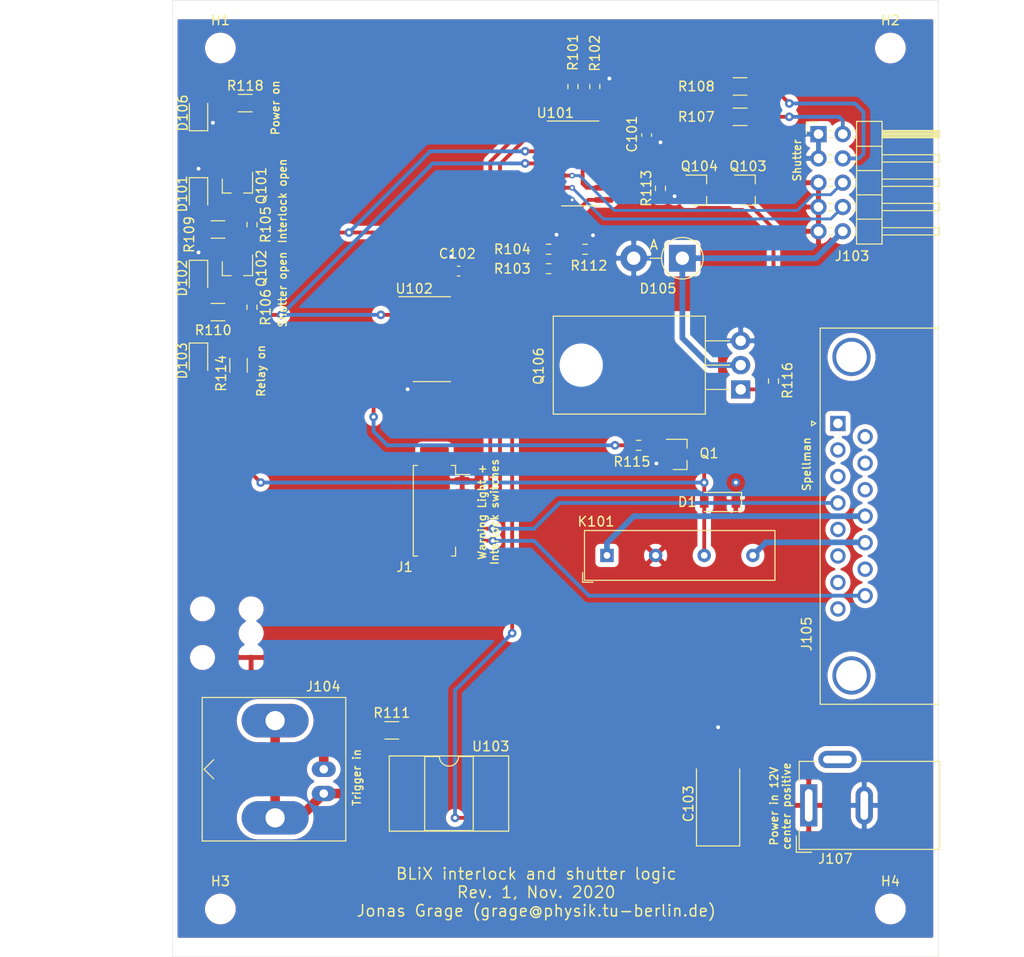
<source format=kicad_pcb>
(kicad_pcb (version 20171130) (host pcbnew 5.1.8-db9833491~87~ubuntu18.04.1)
  (layers (0 F.Cu signal) (31 B.Cu signal) (34 B.Paste user) (35 F.Paste user) (36 B.SilkS user) (37 F.SilkS user) (38 B.Mask user) (39 F.Mask user) (44 Edge.Cuts user))
  (net 0 "")
  (net 1 GND)
  (net 2 +12V)
  (net 3 /Interlock_open_LED)
  (net 4 /Shutter_open_LED)
  (net 5 /coil_return)
  (net 6 /led-)
  (net 7 /led+)
  (net 8 /Interlock_B)
  (net 9 /Interlock_A)
  (net 10 /l1_emitter)
  (net 11 /l2_emitter)
  (net 12 /l2_anode)
  (net 13 /l1_anode)
  (net 14 "Net-(J105-Pad14)")
  (net 15 "Net-(J105-Pad11)")
  (net 16 "Net-(J105-Pad10)")
  (net 17 "Net-(J105-Pad9)")
  (net 18 "Net-(J105-Pad8)")
  (net 19 "Net-(J105-Pad7)")
  (net 20 "Net-(J105-Pad6)")
  (net 21 "Net-(J105-Pad5)")
  (net 22 "Net-(J105-Pad3)")
  (net 23 "Net-(J105-Pad2)")
  (net 24 "Net-(J105-Pad1)")
  (net 25 "Net-(J107-Pad3)")
  (net 26 "Net-(Q1-Pad1)")
  (net 27 "Net-(Q101-Pad1)")
  (net 28 "Net-(Q102-Pad1)")
  (net 29 "Net-(Q103-Pad2)")
  (net 30 "Net-(Q103-Pad1)")
  (net 31 "Net-(Q106-Pad1)")
  (net 32 /Interlock_closed)
  (net 33 /Shutter_closed)
  (net 34 /Shutter_trigger)
  (net 35 /Relay_on)
  (net 36 "Net-(U103-Pad6)")
  (net 37 "Net-(U103-Pad3)")
  (net 38 /Relay_out)
  (net 39 /Relay_in)
  (net 40 /relay_coil)
  (net 41 /rel_on_led)
  (net 42 /power_led)
  (net 43 /Trig_ret)
  (net 44 /Trig_in)
  (net 45 /Interlock_open_res)
  (net 46 /shutter_open_res)
  (net 47 /Trig_led)
  (module Package_SO:SO-14_3.9x8.65mm_P1.27mm (layer F.Cu) (at 61.102 55.434)
    (fp_text reference U102 (at -1.852 -5.28) (layer F.SilkS))
    (fp_text value 4071)
    (pad 14 smd roundrect (at 2.475 -3.81) (size 1.95 0.6) (layers F.Cu F.Paste F.Mask) (net 2 +12V))
    (pad 13 smd roundrect (at 2.475 -2.54) (size 1.95 0.6) (layers F.Cu F.Paste F.Mask))
    (pad 12 smd roundrect (at 2.475 -1.27) (size 1.95 0.6) (layers F.Cu F.Paste F.Mask))
    (pad 11 smd roundrect (at 2.475 0) (size 1.95 0.6) (layers F.Cu F.Paste F.Mask))
    (pad 10 smd roundrect (at 2.475 1.27) (size 1.95 0.6) (layers F.Cu F.Paste F.Mask))
    (pad 9 smd roundrect (at 2.475 2.54) (size 1.95 0.6) (layers F.Cu F.Paste F.Mask))
    (pad 8 smd roundrect (at 2.475 3.81) (size 1.95 0.6) (layers F.Cu F.Paste F.Mask))
    (pad 7 smd roundrect (at -2.475 3.81) (size 1.95 0.6) (layers F.Cu F.Paste F.Mask) (net 1 GND))
    (pad 6 smd roundrect (at -2.475 2.54) (size 1.95 0.6) (layers F.Cu F.Paste F.Mask))
    (pad 5 smd roundrect (at -2.475 1.27) (size 1.95 0.6) (layers F.Cu F.Paste F.Mask))
    (pad 4 smd roundrect (at -2.475 0) (size 1.95 0.6) (layers F.Cu F.Paste F.Mask))
    (pad 3 smd roundrect (at -2.475 -1.27) (size 1.95 0.6) (layers F.Cu F.Paste F.Mask) (net 35 /Relay_on))
    (pad 2 smd roundrect (at -2.475 -2.54) (size 1.95 0.6) (layers F.Cu F.Paste F.Mask) (net 33 /Shutter_closed))
    (pad 1 smd roundrect (at -2.475 -3.81) (size 1.95 0.6) (layers F.Cu F.Paste F.Mask) (net 32 /Interlock_closed))
  )
  (module Package_SO:SO-14_3.9x8.65mm_P1.27mm (layer F.Cu) (at 76.596 37.066)
    (fp_text reference U101 (at -2.596 -5.28) (layer F.SilkS))
    (fp_text value 4081)
    (pad 14 smd roundrect (at 2.475 -3.81) (size 1.95 0.6) (layers F.Cu F.Paste F.Mask) (net 2 +12V))
    (pad 13 smd roundrect (at 2.475 -2.54) (size 1.95 0.6) (layers F.Cu F.Paste F.Mask))
    (pad 12 smd roundrect (at 2.475 -1.27) (size 1.95 0.6) (layers F.Cu F.Paste F.Mask))
    (pad 11 smd roundrect (at 2.475 0) (size 1.95 0.6) (layers F.Cu F.Paste F.Mask))
    (pad 10 smd roundrect (at 2.475 1.27) (size 1.95 0.6) (layers F.Cu F.Paste F.Mask) (net 30 "Net-(Q103-Pad1)"))
    (pad 9 smd roundrect (at 2.475 2.54) (size 1.95 0.6) (layers F.Cu F.Paste F.Mask) (net 32 /Interlock_closed))
    (pad 8 smd roundrect (at 2.475 3.81) (size 1.95 0.6) (layers F.Cu F.Paste F.Mask) (net 34 /Shutter_trigger))
    (pad 7 smd roundrect (at -2.475 3.81) (size 1.95 0.6) (layers F.Cu F.Paste F.Mask) (net 1 GND))
    (pad 6 smd roundrect (at -2.475 2.54) (size 1.95 0.6) (layers F.Cu F.Paste F.Mask) (net 10 /l1_emitter))
    (pad 5 smd roundrect (at -2.475 1.27) (size 1.95 0.6) (layers F.Cu F.Paste F.Mask) (net 11 /l2_emitter))
    (pad 4 smd roundrect (at -2.475 0) (size 1.95 0.6) (layers F.Cu F.Paste F.Mask) (net 33 /Shutter_closed))
    (pad 3 smd roundrect (at -2.475 -1.27) (size 1.95 0.6) (layers F.Cu F.Paste F.Mask) (net 32 /Interlock_closed))
    (pad 2 smd roundrect (at -2.475 -2.54) (size 1.95 0.6) (layers F.Cu F.Paste F.Mask) (net 8 /Interlock_B))
    (pad 1 smd roundrect (at -2.475 -3.81) (size 1.95 0.6) (layers F.Cu F.Paste F.Mask) (net 9 /Interlock_A))
  )
  (module Connector_Molex:Molex_PicoBlade_53261-0671_1x06-1MP_P1.25mm_Horizontal (layer F.Cu) (at 61.864 73.371 270)
    (fp_text reference J1 (at 5.879 3.614 180) (layer F.SilkS))
    (fp_text value Conn_01x06_Male)
    (pad MP smd roundrect (at 5.675 0.5 270) (size 2.1 3) (layers F.Cu F.Paste F.Mask) (roundrect_rratio 0.119048))
    (pad MP smd roundrect (at -5.675 0.5 270) (size 2.1 3) (layers F.Cu F.Paste F.Mask) (roundrect_rratio 0.119048))
    (pad 6 smd roundrect (at 3.125 -2.4 270) (size 0.8 1.6) (layers F.Cu F.Paste F.Mask) (net 6 /led-))
    (pad 5 smd roundrect (at 1.875 -2.4 270) (size 0.8 1.6) (layers F.Cu F.Paste F.Mask) (net 7 /led+))
    (pad 4 smd roundrect (at 0.625 -2.4 270) (size 0.8 1.6) (layers F.Cu F.Paste F.Mask) (net 8 /Interlock_B))
    (pad 3 smd roundrect (at -0.625 -2.4 270) (size 0.8 1.6) (layers F.Cu F.Paste F.Mask) (net 9 /Interlock_A))
    (pad 2 smd roundrect (at -1.875 -2.4 270) (size 0.8 1.6) (layers F.Cu F.Paste F.Mask) (net 2 +12V))
    (pad 1 smd roundrect (at -3.125 -2.4 270) (size 0.8 1.6) (layers F.Cu F.Paste F.Mask) (net 2 +12V))
  )
  (module Resistor_SMD:R_0603_1608Metric (layer F.Cu) (at 73.294 46.036)
    (fp_text reference R104 (at -3.794 0) (layer F.SilkS))
    (fp_text value 10k)
    (pad 2 smd roundrect (at 0.825 0) (size 0.8 0.95) (layers F.Cu F.Paste F.Mask) (net 1 GND))
    (pad 1 smd roundrect (at -0.825 0) (size 0.8 0.95) (layers F.Cu F.Paste F.Mask) (net 10 /l1_emitter))
  )
  (module MountingHole:MountingHole_2.2mm_M2_DIN965 (layer F.Cu) (at 109 115)
    (fp_text reference H4 (at 0 -2.9) (layer F.SilkS))
    (fp_text value MountingHole)
    (pad 1 np_thru_hole circle (at 0 0) (size 2.2 2.2) (drill 2.2) (layers *.Cu *.Mask))
  )
  (module MountingHole:MountingHole_2.2mm_M2_DIN965 (layer F.Cu) (at 39 115)
    (fp_text reference H3 (at 0 -2.9) (layer F.SilkS))
    (fp_text value MountingHole)
    (pad 1 np_thru_hole circle (at 0 0) (size 2.2 2.2) (drill 2.2) (layers *.Cu *.Mask))
  )
  (module MountingHole:MountingHole_2.2mm_M2_DIN965 (layer F.Cu) (at 109 25)
    (fp_text reference H2 (at 0 -2.9) (layer F.SilkS))
    (fp_text value MountingHole)
    (pad 1 np_thru_hole circle (at 0 0) (size 2.2 2.2) (drill 2.2) (layers *.Cu *.Mask))
  )
  (module MountingHole:MountingHole_2.2mm_M2_DIN965 (layer F.Cu) (at 39 25)
    (fp_text reference H1 (at 0 -2.9) (layer F.SilkS))
    (fp_text value MountingHole)
    (pad 1 np_thru_hole circle (at 0 0) (size 2.2 2.2) (drill 2.2) (layers *.Cu *.Mask))
  )
  (module Package_DIP:DIP-6_W8.89mm_SMDSocket_LongPads (layer F.Cu) (at 62.881 102.932)
    (fp_text reference U103 (at 4.369 -4.932) (layer F.SilkS))
    (fp_text value CNY17F)
    (pad 6 smd rect (at 4.445 -2.54) (size 3.1 1.6) (layers F.Cu F.Paste F.Mask) (net 36 "Net-(U103-Pad6)"))
    (pad 3 smd rect (at -4.445 2.54) (size 3.1 1.6) (layers F.Cu F.Paste F.Mask) (net 37 "Net-(U103-Pad3)"))
    (pad 5 smd rect (at 4.445 0) (size 3.1 1.6) (layers F.Cu F.Paste F.Mask) (net 2 +12V))
    (pad 2 smd rect (at -4.445 0) (size 3.1 1.6) (layers F.Cu F.Paste F.Mask) (net 43 /Trig_ret))
    (pad 4 smd rect (at 4.445 2.54) (size 3.1 1.6) (layers F.Cu F.Paste F.Mask) (net 34 /Shutter_trigger))
    (pad 1 smd rect (at -4.445 -2.54) (size 3.1 1.6) (layers F.Cu F.Paste F.Mask) (net 47 /Trig_led))
  )
  (module Resistor_SMD:R_1206_3216Metric (layer F.Cu) (at 41.6 30.764)
    (fp_text reference R118 (at 0 -1.82) (layer F.SilkS))
    (fp_text value 1k)
    (pad 2 smd roundrect (at 1.4625 0) (size 1.125 1.75) (layers F.Cu F.Paste F.Mask) (roundrect_rratio 0.222222) (net 2 +12V))
    (pad 1 smd roundrect (at -1.4625 0) (size 1.125 1.75) (layers F.Cu F.Paste F.Mask) (roundrect_rratio 0.222222) (net 42 /power_led))
  )
  (module Resistor_SMD:R_0603_1608Metric (layer F.Cu) (at 96.789 59.816 90)
    (fp_text reference R116 (at 0.066 1.461 90) (layer F.SilkS))
    (fp_text value 100R)
    (pad 2 smd roundrect (at 0.825 0 90) (size 0.8 0.95) (layers F.Cu F.Paste F.Mask) (net 29 "Net-(Q103-Pad2)"))
    (pad 1 smd roundrect (at -0.825 0 90) (size 0.8 0.95) (layers F.Cu F.Paste F.Mask) (net 31 "Net-(Q106-Pad1)"))
  )
  (module Resistor_SMD:R_0603_1608Metric (layer F.Cu) (at 82.692 66.53 180)
    (fp_text reference R115 (at 0.692 -1.72) (layer F.SilkS))
    (fp_text value 22k)
    (pad 2 smd roundrect (at 0.825 0 180) (size 0.8 0.95) (layers F.Cu F.Paste F.Mask) (net 35 /Relay_on))
    (pad 1 smd roundrect (at -0.825 0 180) (size 0.8 0.95) (layers F.Cu F.Paste F.Mask) (net 26 "Net-(Q1-Pad1)"))
  )
  (module Resistor_SMD:R_1206_3216Metric (layer F.Cu) (at 40.899 58.1665 90)
    (fp_text reference R114 (at -0.8335 -1.82 90) (layer F.SilkS))
    (fp_text value 1k)
    (pad 2 smd roundrect (at 1.4625 0 90) (size 1.125 1.75) (layers F.Cu F.Paste F.Mask) (roundrect_rratio 0.222222) (net 41 /rel_on_led))
    (pad 1 smd roundrect (at -1.4625 0 90) (size 1.125 1.75) (layers F.Cu F.Paste F.Mask) (roundrect_rratio 0.222222) (net 40 /relay_coil))
  )
  (module Resistor_SMD:R_0603_1608Metric (layer F.Cu) (at 84.978 39.669 270)
    (fp_text reference R113 (at 0 1.478 90) (layer F.SilkS))
    (fp_text value 22k)
    (pad 2 smd roundrect (at 0.825 0 270) (size 0.8 0.95) (layers F.Cu F.Paste F.Mask) (net 1 GND))
    (pad 1 smd roundrect (at -0.825 0 270) (size 0.8 0.95) (layers F.Cu F.Paste F.Mask) (net 30 "Net-(Q103-Pad1)"))
  )
  (module Resistor_SMD:R_0603_1608Metric (layer F.Cu) (at 77.104 46.036)
    (fp_text reference R112 (at 0.396 1.714 180) (layer F.SilkS))
    (fp_text value 10k)
    (pad 2 smd roundrect (at 0.825 0) (size 0.8 0.95) (layers F.Cu F.Paste F.Mask) (net 1 GND))
    (pad 1 smd roundrect (at -0.825 0) (size 0.8 0.95) (layers F.Cu F.Paste F.Mask) (net 34 /Shutter_trigger))
  )
  (module Resistor_SMD:R_1206_3216Metric (layer F.Cu) (at 56.912 96.328 180)
    (fp_text reference R111 (at 0 1.828) (layer F.SilkS))
    (fp_text value 1k)
    (pad 2 smd roundrect (at 1.4625 0 180) (size 1.125 1.75) (layers F.Cu F.Paste F.Mask) (roundrect_rratio 0.222222) (net 44 /Trig_in))
    (pad 1 smd roundrect (at -1.4625 0 180) (size 1.125 1.75) (layers F.Cu F.Paste F.Mask) (roundrect_rratio 0.222222) (net 47 /Trig_led))
  )
  (module Resistor_SMD:R_1206_3216Metric (layer F.Cu) (at 38.748 52.608)
    (fp_text reference R110 (at -0.498 1.892) (layer F.SilkS))
    (fp_text value 1k)
    (pad 2 smd roundrect (at 1.4625 0) (size 1.125 1.75) (layers F.Cu F.Paste F.Mask) (roundrect_rratio 0.222222) (net 46 /shutter_open_res))
    (pad 1 smd roundrect (at -1.4625 0) (size 1.125 1.75) (layers F.Cu F.Paste F.Mask) (roundrect_rratio 0.222222) (net 4 /Shutter_open_LED))
  )
  (module Resistor_SMD:R_1206_3216Metric (layer F.Cu) (at 38.748 43.972)
    (fp_text reference R109 (at -2.998 0.528 90) (layer F.SilkS))
    (fp_text value 1k)
    (pad 2 smd roundrect (at 1.4625 0) (size 1.125 1.75) (layers F.Cu F.Paste F.Mask) (roundrect_rratio 0.222222) (net 45 /Interlock_open_res))
    (pad 1 smd roundrect (at -1.4625 0) (size 1.125 1.75) (layers F.Cu F.Paste F.Mask) (roundrect_rratio 0.222222) (net 3 /Interlock_open_LED))
  )
  (module Resistor_SMD:R_1206_3216Metric (layer F.Cu) (at 93.2945 29.018)
    (fp_text reference R108 (at -4.572 0) (layer F.SilkS))
    (fp_text value 1k)
    (pad 2 smd roundrect (at 1.4625 0) (size 1.125 1.75) (layers F.Cu F.Paste F.Mask) (roundrect_rratio 0.222222) (net 12 /l2_anode))
    (pad 1 smd roundrect (at -1.4625 0) (size 1.125 1.75) (layers F.Cu F.Paste F.Mask) (roundrect_rratio 0.222222) (net 2 +12V))
  )
  (module Resistor_SMD:R_1206_3216Metric (layer F.Cu) (at 93.2945 32.193)
    (fp_text reference R107 (at -4.572 0) (layer F.SilkS))
    (fp_text value 1k)
    (pad 2 smd roundrect (at 1.4625 0) (size 1.125 1.75) (layers F.Cu F.Paste F.Mask) (roundrect_rratio 0.222222) (net 13 /l1_anode))
    (pad 1 smd roundrect (at -1.4625 0) (size 1.125 1.75) (layers F.Cu F.Paste F.Mask) (roundrect_rratio 0.222222) (net 2 +12V))
  )
  (module Resistor_SMD:R_0603_1608Metric (layer F.Cu) (at 42.304 52.1 270)
    (fp_text reference R106 (at 0 -1.43 90) (layer F.SilkS))
    (fp_text value 100k)
    (pad 2 smd roundrect (at 0.825 0 270) (size 0.8 0.95) (layers F.Cu F.Paste F.Mask) (net 33 /Shutter_closed))
    (pad 1 smd roundrect (at -0.825 0 270) (size 0.8 0.95) (layers F.Cu F.Paste F.Mask) (net 28 "Net-(Q102-Pad1)"))
  )
  (module Resistor_SMD:R_0603_1608Metric (layer F.Cu) (at 42.304 43.464 270)
    (fp_text reference R105 (at 0 -1.43 90) (layer F.SilkS))
    (fp_text value 100k)
    (pad 2 smd roundrect (at 0.825 0 270) (size 0.8 0.95) (layers F.Cu F.Paste F.Mask) (net 32 /Interlock_closed))
    (pad 1 smd roundrect (at -0.825 0 270) (size 0.8 0.95) (layers F.Cu F.Paste F.Mask) (net 27 "Net-(Q101-Pad1)"))
  )
  (module Resistor_SMD:R_0603_1608Metric (layer F.Cu) (at 73.294 48.068)
    (fp_text reference R103 (at -3.794 0) (layer F.SilkS))
    (fp_text value 10k)
    (pad 2 smd roundrect (at 0.825 0) (size 0.8 0.95) (layers F.Cu F.Paste F.Mask) (net 1 GND))
    (pad 1 smd roundrect (at -0.825 0) (size 0.8 0.95) (layers F.Cu F.Paste F.Mask) (net 11 /l2_emitter))
  )
  (module Resistor_SMD:R_0603_1608Metric (layer F.Cu) (at 78.12 29.018 90)
    (fp_text reference R102 (at 3.476 0 90) (layer F.SilkS))
    (fp_text value 10k)
    (pad 2 smd roundrect (at 0.825 0 90) (size 0.8 0.95) (layers F.Cu F.Paste F.Mask) (net 1 GND))
    (pad 1 smd roundrect (at -0.825 0 90) (size 0.8 0.95) (layers F.Cu F.Paste F.Mask) (net 8 /Interlock_B))
  )
  (module Resistor_SMD:R_0603_1608Metric (layer F.Cu) (at 75.834 29.018 90)
    (fp_text reference R101 (at 3.556 0 90) (layer F.SilkS))
    (fp_text value 10k)
    (pad 2 smd roundrect (at 0.825 0 90) (size 0.8 0.95) (layers F.Cu F.Paste F.Mask) (net 1 GND))
    (pad 1 smd roundrect (at -0.825 0 90) (size 0.8 0.95) (layers F.Cu F.Paste F.Mask) (net 9 /Interlock_A))
  )
  (module Package_TO_SOT_THT:TO-220-3_Horizontal_TabDown (layer F.Cu) (at 93.36 60.688 90)
    (fp_text reference Q106 (at 2.438 -21.11 90) (layer F.SilkS))
    (fp_text value IRLZ34N)
    (pad 3 thru_hole oval (at 5.08 0 90) (size 1.905 2) (drill 1.1) (layers *.Cu *.Mask) (net 1 GND))
    (pad 2 thru_hole oval (at 2.54 0 90) (size 1.905 2) (drill 1.1) (layers *.Cu *.Mask) (net 5 /coil_return))
    (pad 1 thru_hole rect (at 0 0 90) (size 1.905 2) (drill 1.1) (layers *.Cu *.Mask) (net 31 "Net-(Q106-Pad1)"))
    (pad "" np_thru_hole oval (at 2.54 -16.66 90) (size 3.5 3.5) (drill 3.5) (layers *.Cu *.Mask))
  )
  (module Package_TO_SOT_SMD:SOT-23 (layer F.Cu) (at 89.042 39.86)
    (fp_text reference Q104 (at 0 -2.5) (layer F.SilkS))
    (fp_text value BC857)
    (pad 3 smd rect (at 1 0) (size 0.9 0.8) (layers F.Cu F.Paste F.Mask) (net 1 GND))
    (pad 2 smd rect (at -1 0.95) (size 0.9 0.8) (layers F.Cu F.Paste F.Mask) (net 29 "Net-(Q103-Pad2)"))
    (pad 1 smd rect (at -1 -0.95) (size 0.9 0.8) (layers F.Cu F.Paste F.Mask) (net 30 "Net-(Q103-Pad1)"))
  )
  (module Package_TO_SOT_SMD:SOT-23 (layer F.Cu) (at 94.122 39.86)
    (fp_text reference Q103 (at 0 -2.5) (layer F.SilkS))
    (fp_text value BC847)
    (pad 3 smd rect (at 1 0) (size 0.9 0.8) (layers F.Cu F.Paste F.Mask) (net 2 +12V))
    (pad 2 smd rect (at -1 0.95) (size 0.9 0.8) (layers F.Cu F.Paste F.Mask) (net 29 "Net-(Q103-Pad2)"))
    (pad 1 smd rect (at -1 -0.95) (size 0.9 0.8) (layers F.Cu F.Paste F.Mask) (net 30 "Net-(Q103-Pad1)"))
  )
  (module Package_TO_SOT_SMD:SOT-23 (layer F.Cu) (at 40.78 48.036 270)
    (fp_text reference Q102 (at 0 -2.5 90) (layer F.SilkS))
    (fp_text value BC857)
    (pad 3 smd rect (at 1 0 270) (size 0.9 0.8) (layers F.Cu F.Paste F.Mask) (net 46 /shutter_open_res))
    (pad 2 smd rect (at -1 0.95 270) (size 0.9 0.8) (layers F.Cu F.Paste F.Mask) (net 2 +12V))
    (pad 1 smd rect (at -1 -0.95 270) (size 0.9 0.8) (layers F.Cu F.Paste F.Mask) (net 28 "Net-(Q102-Pad1)"))
  )
  (module Package_TO_SOT_SMD:SOT-23 (layer F.Cu) (at 40.78 39.4 270)
    (fp_text reference Q101 (at 0 -2.5 90) (layer F.SilkS))
    (fp_text value BC857)
    (pad 3 smd rect (at 1 0 270) (size 0.9 0.8) (layers F.Cu F.Paste F.Mask) (net 45 /Interlock_open_res))
    (pad 2 smd rect (at -1 0.95 270) (size 0.9 0.8) (layers F.Cu F.Paste F.Mask) (net 2 +12V))
    (pad 1 smd rect (at -1 -0.95 270) (size 0.9 0.8) (layers F.Cu F.Paste F.Mask) (net 27 "Net-(Q101-Pad1)"))
  )
  (module Package_TO_SOT_SMD:SOT-23 (layer F.Cu) (at 86.994 67.48)
    (fp_text reference Q1 (at 3.064 -0.108) (layer F.SilkS))
    (fp_text value BC817)
    (pad 3 smd rect (at 1 0) (size 0.9 0.8) (layers F.Cu F.Paste F.Mask) (net 40 /relay_coil))
    (pad 2 smd rect (at -1 0.95) (size 0.9 0.8) (layers F.Cu F.Paste F.Mask) (net 1 GND))
    (pad 1 smd rect (at -1 -0.95) (size 0.9 0.8) (layers F.Cu F.Paste F.Mask) (net 26 "Net-(Q1-Pad1)"))
  )
  (module Relay_THT:Relay_SPST_StandexMeder_SIL_Form1A (layer F.Cu) (at 79.39 78.04)
    (fp_text reference K101 (at -1.14 -3.54) (layer F.SilkS))
    (fp_text value SILxx-1Axx-71x)
    (pad 1 thru_hole rect (at 0 0) (size 1.4 1.4) (drill 0.7) (layers *.Cu *.Mask) (net 39 /Relay_in))
    (pad 3 thru_hole circle (at 5.08 0) (size 1.4 1.4) (drill 0.7) (layers *.Cu *.Mask) (net 2 +12V))
    (pad 5 thru_hole circle (at 10.16 0) (size 1.4 1.4) (drill 0.7) (layers *.Cu *.Mask) (net 40 /relay_coil))
    (pad 7 thru_hole circle (at 15.24 0) (size 1.4 1.4) (drill 0.7) (layers *.Cu *.Mask) (net 38 /Relay_out))
  )
  (module Connector_BarrelJack:BarrelJack_Wuerth_6941xx301002 (layer F.Cu) (at 100.472 104.17 90)
    (fp_text reference J107 (at -5.58 2.778 180) (layer F.SilkS))
    (fp_text value Barrel_Jack_Switch)
    (pad 1 thru_hole rect (at 0 0 90) (size 4.4 1.8) (drill oval 3.4 0.8) (layers *.Cu *.Mask) (net 2 +12V))
    (pad 2 thru_hole oval (at 0 5.8 90) (size 4 1.8) (drill oval 3 0.8) (layers *.Cu *.Mask) (net 1 GND))
    (pad 3 thru_hole oval (at 4.8 3 180) (size 4 1.8) (drill oval 3 0.8) (layers *.Cu *.Mask) (net 25 "Net-(J107-Pad3)"))
  )
  (module Connector_Dsub:DSUB-15_Female_Horizontal_P2.77x2.84mm_EdgePinOffset7.70mm_Housed_MountingHolesOffset9.12mm (layer F.Cu) (at 103.52 64.244 90)
    (fp_text reference J105 (at -22.006 -3.27 90) (layer F.SilkS))
    (fp_text value DB15_Female)
    (pad 0 thru_hole circle (at 6.955 1.42 90) (size 4 4) (drill 3.2) (layers *.Cu *.Mask))
    (pad 0 thru_hole circle (at -26.345 1.42 90) (size 4 4) (drill 3.2) (layers *.Cu *.Mask))
    (pad 15 thru_hole circle (at -18.005 2.84 90) (size 1.6 1.6) (drill 1) (layers *.Cu *.Mask) (net 6 /led-))
    (pad 14 thru_hole circle (at -15.235 2.84 90) (size 1.6 1.6) (drill 1) (layers *.Cu *.Mask) (net 14 "Net-(J105-Pad14)"))
    (pad 13 thru_hole circle (at -12.465 2.84 90) (size 1.6 1.6) (drill 1) (layers *.Cu *.Mask) (net 38 /Relay_out))
    (pad 12 thru_hole circle (at -9.695 2.84 90) (size 1.6 1.6) (drill 1) (layers *.Cu *.Mask) (net 39 /Relay_in))
    (pad 11 thru_hole circle (at -6.925 2.84 90) (size 1.6 1.6) (drill 1) (layers *.Cu *.Mask) (net 15 "Net-(J105-Pad11)"))
    (pad 10 thru_hole circle (at -4.155 2.84 90) (size 1.6 1.6) (drill 1) (layers *.Cu *.Mask) (net 16 "Net-(J105-Pad10)"))
    (pad 9 thru_hole circle (at -1.385 2.84 90) (size 1.6 1.6) (drill 1) (layers *.Cu *.Mask) (net 17 "Net-(J105-Pad9)"))
    (pad 8 thru_hole circle (at -19.39 0 90) (size 1.6 1.6) (drill 1) (layers *.Cu *.Mask) (net 18 "Net-(J105-Pad8)"))
    (pad 7 thru_hole circle (at -16.62 0 90) (size 1.6 1.6) (drill 1) (layers *.Cu *.Mask) (net 19 "Net-(J105-Pad7)"))
    (pad 6 thru_hole circle (at -13.85 0 90) (size 1.6 1.6) (drill 1) (layers *.Cu *.Mask) (net 20 "Net-(J105-Pad6)"))
    (pad 5 thru_hole circle (at -11.08 0 90) (size 1.6 1.6) (drill 1) (layers *.Cu *.Mask) (net 21 "Net-(J105-Pad5)"))
    (pad 4 thru_hole circle (at -8.31 0 90) (size 1.6 1.6) (drill 1) (layers *.Cu *.Mask) (net 7 /led+))
    (pad 3 thru_hole circle (at -5.54 0 90) (size 1.6 1.6) (drill 1) (layers *.Cu *.Mask) (net 22 "Net-(J105-Pad3)"))
    (pad 2 thru_hole circle (at -2.77 0 90) (size 1.6 1.6) (drill 1) (layers *.Cu *.Mask) (net 23 "Net-(J105-Pad2)"))
    (pad 1 thru_hole rect (at 0 0 90) (size 1.6 1.6) (drill 1) (layers *.Cu *.Mask) (net 24 "Net-(J105-Pad1)"))
  )
  (module Connector_Coaxial:BNC_Amphenol_B6252HB-NPP3G-50_Horizontal (layer F.Cu) (at 49.8 100.392 90)
    (fp_text reference J104 (at 8.642 -0.05 180) (layer F.SilkS))
    (fp_text value Conn_Coaxial)
    (pad 2 thru_hole oval (at -2.54 0 90) (size 1.6 2.5) (drill 0.89) (layers *.Cu *.Mask) (net 43 /Trig_ret))
    (pad 1 thru_hole oval (at 0 0 90) (size 1.6 2.5) (drill 0.89) (layers *.Cu *.Mask) (net 44 /Trig_in))
    (pad 2 thru_hole oval (at 5.08 -5.08 90) (size 3.5 7) (drill 2.01) (layers *.Cu *.Mask) (net 43 /Trig_ret))
    (pad 2 thru_hole oval (at -5.08 -5.08 90) (size 3.5 7) (drill 2.01) (layers *.Cu *.Mask) (net 43 /Trig_ret))
  )
  (module Connector_PinHeader_2.54mm:PinHeader_2x05_P2.54mm_Horizontal (layer F.Cu) (at 101.488 34)
    (fp_text reference J103 (at 3.512 12.75) (layer F.SilkS))
    (fp_text value Conn_02x05_Odd_Even)
    (pad 10 thru_hole oval (at 2.54 10.16) (size 1.7 1.7) (drill 1) (layers *.Cu *.Mask) (net 5 /coil_return))
    (pad 9 thru_hole oval (at 0 10.16) (size 1.7 1.7) (drill 1) (layers *.Cu *.Mask) (net 2 +12V))
    (pad 8 thru_hole oval (at 2.54 7.62) (size 1.7 1.7) (drill 1) (layers *.Cu *.Mask) (net 10 /l1_emitter))
    (pad 7 thru_hole oval (at 0 7.62) (size 1.7 1.7) (drill 1) (layers *.Cu *.Mask) (net 2 +12V))
    (pad 6 thru_hole oval (at 2.54 5.08) (size 1.7 1.7) (drill 1) (layers *.Cu *.Mask) (net 11 /l2_emitter))
    (pad 5 thru_hole oval (at 0 5.08) (size 1.7 1.7) (drill 1) (layers *.Cu *.Mask) (net 2 +12V))
    (pad 4 thru_hole oval (at 2.54 2.54) (size 1.7 1.7) (drill 1) (layers *.Cu *.Mask) (net 12 /l2_anode))
    (pad 3 thru_hole oval (at 0 2.54) (size 1.7 1.7) (drill 1) (layers *.Cu *.Mask) (net 1 GND))
    (pad 2 thru_hole oval (at 2.54 0) (size 1.7 1.7) (drill 1) (layers *.Cu *.Mask) (net 13 /l1_anode))
    (pad 1 thru_hole rect (at 0 0) (size 1.7 1.7) (drill 1) (layers *.Cu *.Mask) (net 1 GND))
  )
  (module LED_SMD:LED_0805_2012Metric_Pad1.15x1.40mm_HandSolder (layer F.Cu) (at 36.716 31.789 90)
    (fp_text reference D106 (at 0 -1.65 90) (layer F.SilkS))
    (fp_text value POWER)
    (pad 2 smd roundrect (at 1.025 0 90) (size 1.15 1.4) (layers F.Cu F.Paste F.Mask) (roundrect_rratio 0.217391) (net 42 /power_led))
    (pad 1 smd roundrect (at -1.025 0 90) (size 1.15 1.4) (layers F.Cu F.Paste F.Mask) (roundrect_rratio 0.217391) (net 1 GND))
  )
  (module Diode_THT:D_5W_P5.08mm_Vertical_AnodeUp (layer F.Cu) (at 87.264 46.972 180)
    (fp_text reference D105 (at 2.54 -3.174899) (layer F.SilkS))
    (fp_text value BYV27-200)
    (fp_text user A (at 2.98 1.4) (layer F.SilkS))
    (pad 2 thru_hole oval (at 5.08 0 180) (size 2.8 2.8) (drill 1.4) (layers *.Cu *.Mask) (net 1 GND))
    (pad 1 thru_hole rect (at 0 0 180) (size 2.8 2.8) (drill 1.4) (layers *.Cu *.Mask) (net 5 /coil_return))
  )
  (module LED_SMD:LED_0805_2012Metric_Pad1.15x1.40mm_HandSolder (layer F.Cu) (at 36.716 57.697 270)
    (fp_text reference D103 (at 0 1.716 90) (layer F.SilkS))
    (fp_text value "RELAY ON")
    (pad 2 smd roundrect (at 1.025 0 270) (size 1.15 1.4) (layers F.Cu F.Paste F.Mask) (roundrect_rratio 0.217391) (net 2 +12V))
    (pad 1 smd roundrect (at -1.025 0 270) (size 1.15 1.4) (layers F.Cu F.Paste F.Mask) (roundrect_rratio 0.217391) (net 41 /rel_on_led))
  )
  (module LED_SMD:LED_0805_2012Metric_Pad1.15x1.40mm_HandSolder (layer F.Cu) (at 36.716 49.052 270)
    (fp_text reference D102 (at 0 1.716 90) (layer F.SilkS))
    (fp_text value "SHUTTER OPEN")
    (pad 2 smd roundrect (at 1.025 0 270) (size 1.15 1.4) (layers F.Cu F.Paste F.Mask) (roundrect_rratio 0.217391) (net 4 /Shutter_open_LED))
    (pad 1 smd roundrect (at -1.025 0 270) (size 1.15 1.4) (layers F.Cu F.Paste F.Mask) (roundrect_rratio 0.217391) (net 1 GND))
  )
  (module LED_SMD:LED_0805_2012Metric_Pad1.15x1.40mm_HandSolder (layer F.Cu) (at 36.716 40.416 270)
    (fp_text reference D101 (at -0.166 1.716 90) (layer F.SilkS))
    (fp_text value "INTERLOCK OPEN")
    (pad 2 smd roundrect (at 1.025 0 270) (size 1.15 1.4) (layers F.Cu F.Paste F.Mask) (roundrect_rratio 0.217391) (net 3 /Interlock_open_LED))
    (pad 1 smd roundrect (at -1.025 0 270) (size 1.15 1.4) (layers F.Cu F.Paste F.Mask) (roundrect_rratio 0.217391) (net 1 GND))
  )
  (module Diode_SMD:D_SOD-123 (layer F.Cu) (at 91.2 72.452 180)
    (fp_text reference D1 (at 3.428 0) (layer F.SilkS))
    (fp_text value 1N4148W)
    (pad 1 smd rect (at -1.65 0 180) (size 0.9 1.2) (layers F.Cu F.Paste F.Mask) (net 2 +12V))
    (pad 2 smd rect (at 1.65 0 180) (size 0.9 1.2) (layers F.Cu F.Paste F.Mask) (net 40 /relay_coil))
  )
  (module Capacitor_Tantalum_SMD:CP_EIA-7343-43_Kemet-X (layer F.Cu) (at 91 104 90)
    (fp_text reference C103 (at 0 -3.1 90) (layer F.SilkS))
    (fp_text value 220u)
    (pad 2 smd roundrect (at 3.1125 0 90) (size 2.075 2.55) (layers F.Cu F.Paste F.Mask) (roundrect_rratio 0.120482) (net 1 GND))
    (pad 1 smd roundrect (at -3.1125 0 90) (size 2.075 2.55) (layers F.Cu F.Paste F.Mask) (roundrect_rratio 0.120482) (net 2 +12V))
  )
  (module Capacitor_SMD:C_0603_1608Metric (layer F.Cu) (at 63.896 48.322 180)
    (fp_text reference C102 (at 0.146 1.822) (layer F.SilkS))
    (fp_text value 100n)
    (pad 2 smd roundrect (at 0.775 0 180) (size 0.9 0.95) (layers F.Cu F.Paste F.Mask) (net 1 GND))
    (pad 1 smd roundrect (at -0.775 0 180) (size 0.9 0.95) (layers F.Cu F.Paste F.Mask) (net 2 +12V))
  )
  (module Capacitor_SMD:C_0603_1608Metric (layer F.Cu) (at 83.534 34.098 270)
    (fp_text reference C101 (at -0.098 1.534 90) (layer F.SilkS))
    (fp_text value 100n)
    (pad 2 smd roundrect (at 0.775 0 270) (size 0.9 0.95) (layers F.Cu F.Paste F.Mask) (net 1 GND))
    (pad 1 smd roundrect (at -0.775 0 270) (size 0.9 0.95) (layers F.Cu F.Paste F.Mask) (net 2 +12V))
  )
  (gr_text "BLiX interlock and shutter logic\nRev. 1, Nov. 2020\nJonas Grage (grage@physik.tu-berlin.de)" (at 72 113.25) (layer F.SilkS) (effects (font (size 1.2 1.2) (thickness 0.1524))))
  (gr_text "Warning Light +\nInterlock switches" (at 67 73.5 90) (layer F.SilkS) (effects (font (size 0.8128 0.8128) (thickness 0.1524))))
  (gr_text "Trigger in" (at 53.25 101.25 90) (layer F.SilkS) (effects (font (size 0.8128 0.8128) (thickness 0.1524))))
  (gr_text "Power in 12V\ncenter positive" (at 97.5 104.25 90) (layer F.SilkS) (effects (font (size 0.8128 0.8128) (thickness 0.1524))))
  (gr_text Spellman (at 100.25 68.5 90) (layer F.SilkS) (effects (font (size 0.8128 0.8128) (thickness 0.1524))))
  (gr_text Shutter (at 99.25 36.75 90) (layer F.SilkS) (effects (font (size 0.8128 0.8128) (thickness 0.1524))))
  (gr_text "Power on" (at 44.75 31.25 90) (layer F.SilkS) (effects (font (size 0.8128 0.8128) (thickness 0.1524))))
  (gr_text "Interlock open" (at 45.5 41 90) (layer F.SilkS) (effects (font (size 0.8128 0.8128) (thickness 0.1524))))
  (gr_text "Shutter open" (at 45.5 50.25 90) (layer F.SilkS) (effects (font (size 0.8128 0.8128) (thickness 0.1524))))
  (gr_text "Relay on" (at 43.25 58.75 90) (layer F.SilkS) (effects (font (size 0.8128 0.8128) (thickness 0.1524))))
  (gr_line (start 34 120) (end 34 20) (layer Edge.Cuts) (width 0.0381))
  (gr_line (start 114 120) (end 34 120) (layer Edge.Cuts) (width 0.0381))
  (gr_line (start 114 20) (end 114 120) (layer Edge.Cuts) (width 0.0381))
  (gr_line (start 34 20) (end 114 20) (layer Edge.Cuts) (width 0.0381))
  (segment (start 36.716 39.391) (end 36.716 37.616) (width 0.5) (layer F.Cu) (net 1))
  (segment (start 36.716 48.027) (end 36.716 46.366) (width 0.5) (layer F.Cu) (net 1))
  (segment (start 36.902 33) (end 36.716 32.814) (width 0.5) (layer F.Cu) (net 1))
  (via (at 63.134 46.798) (size 0.9) (drill 0.4) (layers F.Cu B.Cu) (net 1))
  (segment (start 84.555 68.43) (end 84.555 68.43) (width 0.2) (layer F.Cu) (net 1))
  (segment (start 74.119 46.036) (end 74.119 48.068) (width 0.4) (layer F.Cu) (net 1))
  (segment (start 75.754 40.876) (end 75.754 40.876) (width 0.4) (layer F.Cu) (net 1))
  (via (at 75.754 40.876) (size 0.6) (drill 0.3) (layers F.Cu B.Cu) (net 1))
  (segment (start 36.716 37.616) (end 36.716 37.616) (width 0.5) (layer F.Cu) (net 1))
  (via (at 36.716 37.616) (size 0.9) (drill 0.4) (layers F.Cu B.Cu) (net 1))
  (segment (start 36.716 46.366) (end 36.716 46.366) (width 0.5) (layer F.Cu) (net 1))
  (via (at 36.716 46.366) (size 0.9) (drill 0.4) (layers F.Cu B.Cu) (net 1))
  (segment (start 36.716 32.814) (end 38.218 32.814) (width 0.4) (layer F.Cu) (net 1))
  (segment (start 38.218 32.814) (end 38.218 32.814) (width 0.4) (layer F.Cu) (net 1))
  (via (at 38.218 32.814) (size 0.9) (drill 0.4) (layers F.Cu B.Cu) (net 1))
  (segment (start 84.978 34.86) (end 84.978 34.86) (width 0.5) (layer F.Cu) (net 1))
  (segment (start 75.834 28.193) (end 76.913 28.193) (width 0.4) (layer F.Cu) (net 1))
  (segment (start 76.913 28.193) (end 78.12 28.193) (width 0.4) (layer F.Cu) (net 1))
  (via (at 79.644 28.193) (size 0.9) (drill 0.4) (layers F.Cu B.Cu) (net 1))
  (segment (start 78.12 28.193) (end 79.644 28.193) (width 0.4) (layer F.Cu) (net 1))
  (segment (start 84.555 68.43) (end 85.994 68.43) (width 0.4) (layer F.Cu) (net 1))
  (segment (start 84.897 40.575) (end 84.978 40.494) (width 0.5) (layer F.Cu) (net 1))
  (via (at 84.978 34.86) (size 0.9) (drill 0.4) (layers F.Cu B.Cu) (net 1))
  (segment (start 83.534 34.873) (end 84.965 34.873) (width 0.5) (layer F.Cu) (net 1))
  (segment (start 84.965 34.873) (end 84.978 34.86) (width 0.5) (layer F.Cu) (net 1))
  (segment (start 90.042 39.86) (end 87.09 39.86) (width 0.4) (layer F.Cu) (net 1))
  (segment (start 86.456 40.494) (end 86.456 40.494) (width 0.4) (layer F.Cu) (net 1))
  (segment (start 87.09 39.86) (end 86.456 40.494) (width 0.4) (layer F.Cu) (net 1))
  (segment (start 86.456 40.494) (end 84.978 40.494) (width 0.4) (layer F.Cu) (net 1))
  (via (at 86.456 40.494) (size 0.9) (drill 0.4) (layers F.Cu B.Cu) (net 1))
  (via (at 74.119 44.512) (size 0.9) (drill 0.4) (layers F.Cu B.Cu) (net 1))
  (segment (start 63.121 46.811) (end 63.134 46.798) (width 0.4) (layer F.Cu) (net 1))
  (segment (start 63.121 48.322) (end 63.121 46.811) (width 0.4) (layer F.Cu) (net 1))
  (segment (start 74.119 46.036) (end 74.119 44.512) (width 0.4) (layer F.Cu) (net 1))
  (segment (start 84.555 68.43) (end 84.555 68.43) (width 0.2) (layer F.Cu) (net 1))
  (via (at 84.555 68.43) (size 0.9) (drill 0.4) (layers F.Cu B.Cu) (net 1))
  (segment (start 91 96) (end 91 96) (width 0.6) (layer F.Cu) (net 1))
  (via (at 91 96) (size 0.9) (drill 0.4) (layers F.Cu B.Cu) (net 1))
  (segment (start 77.929 46.036) (end 77.929 44.575) (width 0.4) (layer F.Cu) (net 1))
  (segment (start 77.929 44.575) (end 77.929 44.575) (width 0.4) (layer F.Cu) (net 1))
  (via (at 77.929 44.575) (size 0.9) (drill 0.4) (layers F.Cu B.Cu) (net 1))
  (segment (start 58.562 59.244) (end 58.562 60.6745) (width 0.4) (layer F.Cu) (net 1))
  (via (at 58.562 60.6745) (size 0.9) (drill 0.4) (layers F.Cu B.Cu) (net 1))
  (segment (start 74.121 40.876) (end 75.754 40.876) (width 0.4) (layer F.Cu) (net 1))
  (segment (start 91 96) (end 91 100.8875) (width 1) (layer F.Cu) (net 1))
  (segment (start 92.852 70.42) (end 92.852 70.42) (width 0.2) (layer F.Cu) (net 2))
  (segment (start 92.85 70.422) (end 92.852 70.42) (width 0.4) (layer F.Cu) (net 2))
  (segment (start 92.85 72.452) (end 92.85 70.422) (width 0.4) (layer F.Cu) (net 2))
  (via (at 92.852 70.42) (size 0.9) (drill 0.4) (layers F.Cu B.Cu) (net 2))
  (segment (start 36.716 41.441) (end 36.716 42.234) (width 0.4) (layer F.Cu) (net 3))
  (segment (start 36.716 42.234) (end 37.2855 42.8035) (width 0.4) (layer F.Cu) (net 3))
  (segment (start 37.2855 42.8035) (end 37.2855 43.972) (width 0.4) (layer F.Cu) (net 3))
  (segment (start 36.716 50.077) (end 36.716 50.87) (width 0.4) (layer F.Cu) (net 4))
  (segment (start 36.716 50.87) (end 37.2855 51.4395) (width 0.4) (layer F.Cu) (net 4))
  (segment (start 37.2855 51.4395) (end 37.2855 52.608) (width 0.4) (layer F.Cu) (net 4))
  (segment (start 87.264 46.972) (end 87.264 55.307) (width 0.6) (layer B.Cu) (net 5))
  (segment (start 87.264 55.307) (end 90.105 58.148) (width 0.6) (layer B.Cu) (net 5))
  (segment (start 90.105 58.148) (end 93.36 58.148) (width 0.6) (layer B.Cu) (net 5))
  (segment (start 101.216 46.972) (end 104.028 44.16) (width 0.6) (layer B.Cu) (net 5))
  (segment (start 87.264 46.972) (end 101.216 46.972) (width 0.6) (layer B.Cu) (net 5))
  (segment (start 106.36 82.249) (end 77.503 82.249) (width 0.4) (layer B.Cu) (net 6))
  (segment (start 77.503 82.249) (end 71.77 76.516) (width 0.4) (layer B.Cu) (net 6))
  (segment (start 71.77 76.516) (end 71.77 76.516) (width 0.4) (layer B.Cu) (net 6))
  (segment (start 64.284 76.516) (end 64.264 76.496) (width 0.4) (layer F.Cu) (net 6))
  (segment (start 71.77 76.516) (end 67.452 76.516) (width 0.4) (layer B.Cu) (net 6))
  (segment (start 67.452 76.516) (end 67.452 76.516) (width 0.4) (layer B.Cu) (net 6))
  (segment (start 67.432 76.496) (end 67.452 76.516) (width 0.4) (layer F.Cu) (net 6))
  (segment (start 64.264 76.496) (end 67.432 76.496) (width 0.4) (layer F.Cu) (net 6))
  (segment (start 67.452 76.516) (end 67.452 76.516) (width 0.4) (layer F.Cu) (net 6))
  (via (at 67.452 76.516) (size 0.9) (drill 0.4) (layers F.Cu B.Cu) (net 6))
  (segment (start 103.52 72.554) (end 74.462 72.554) (width 0.4) (layer B.Cu) (net 7))
  (segment (start 74.462 72.554) (end 71.77 75.246) (width 0.4) (layer B.Cu) (net 7))
  (segment (start 71.77 75.246) (end 71.77 75.246) (width 0.4) (layer B.Cu) (net 7))
  (segment (start 71.77 75.246) (end 67.452 75.246) (width 0.4) (layer B.Cu) (net 7))
  (segment (start 67.452 75.246) (end 67.452 75.246) (width 0.4) (layer B.Cu) (net 7))
  (segment (start 64.264 75.246) (end 67.452 75.246) (width 0.4) (layer F.Cu) (net 7))
  (segment (start 67.452 75.246) (end 67.452 75.246) (width 0.4) (layer F.Cu) (net 7))
  (via (at 67.452 75.246) (size 0.9) (drill 0.4) (layers F.Cu B.Cu) (net 7))
  (segment (start 73.5785 34.463) (end 73.6415 34.526) (width 0.25) (layer F.Cu) (net 8))
  (segment (start 64.264 73.996) (end 66.162 73.996) (width 0.4) (layer F.Cu) (net 8))
  (segment (start 73.6415 34.526) (end 70.834 34.526) (width 0.4) (layer F.Cu) (net 8))
  (segment (start 66.162 73.996) (end 68.214 71.944) (width 0.4) (layer F.Cu) (net 8))
  (segment (start 68.214 37.146) (end 70.834 34.526) (width 0.4) (layer F.Cu) (net 8))
  (segment (start 68.214 71.944) (end 68.214 37.146) (width 0.4) (layer F.Cu) (net 8))
  (segment (start 78.12 31.558) (end 78.12 29.843) (width 0.4) (layer F.Cu) (net 8))
  (segment (start 75.152 34.526) (end 78.12 31.558) (width 0.4) (layer F.Cu) (net 8))
  (segment (start 74.121 34.526) (end 75.152 34.526) (width 0.4) (layer F.Cu) (net 8))
  (segment (start 66.142 72.746) (end 64.264 72.746) (width 0.4) (layer F.Cu) (net 9))
  (segment (start 67.198 36.892) (end 67.198 71.69) (width 0.4) (layer F.Cu) (net 9))
  (segment (start 70.834 33.256) (end 67.198 36.892) (width 0.4) (layer F.Cu) (net 9))
  (segment (start 67.198 71.69) (end 66.142 72.746) (width 0.4) (layer F.Cu) (net 9))
  (segment (start 73.6415 33.256) (end 70.834 33.256) (width 0.4) (layer F.Cu) (net 9))
  (segment (start 75.834 32.414) (end 75.834 29.843) (width 0.4) (layer F.Cu) (net 9))
  (segment (start 74.992 33.256) (end 75.834 32.414) (width 0.4) (layer F.Cu) (net 9))
  (segment (start 71.516 45.083) (end 72.469 46.036) (width 0.4) (layer F.Cu) (net 10))
  (segment (start 71.516 40.744) (end 71.516 45.083) (width 0.4) (layer F.Cu) (net 10))
  (segment (start 72.654 39.606) (end 71.516 40.744) (width 0.4) (layer F.Cu) (net 10))
  (segment (start 75.754 39.606) (end 75.754 39.606) (width 0.4) (layer F.Cu) (net 10))
  (via (at 75.754 39.606) (size 0.6) (drill 0.3) (layers F.Cu B.Cu) (net 10))
  (segment (start 102.777999 42.870001) (end 104.028 41.62) (width 0.3) (layer B.Cu) (net 10))
  (segment (start 79.018001 42.870001) (end 102.777999 42.870001) (width 0.3) (layer B.Cu) (net 10))
  (segment (start 75.754 39.606) (end 79.018001 42.870001) (width 0.3) (layer B.Cu) (net 10))
  (segment (start 72.654 39.606) (end 75.754 39.606) (width 0.4) (layer F.Cu) (net 10))
  (segment (start 70.5 46.099) (end 72.469 48.068) (width 0.4) (layer F.Cu) (net 11))
  (segment (start 70.5 40.49) (end 70.5 46.099) (width 0.4) (layer F.Cu) (net 11))
  (segment (start 72.654 38.336) (end 70.5 40.49) (width 0.4) (layer F.Cu) (net 11))
  (segment (start 75.754 38.336) (end 75.754 38.336) (width 0.4) (layer F.Cu) (net 11))
  (via (at 75.754 38.336) (size 0.6) (drill 0.3) (layers F.Cu B.Cu) (net 11))
  (segment (start 102.777999 40.330001) (end 104.028 39.08) (width 0.3) (layer B.Cu) (net 11))
  (segment (start 100.927997 40.330001) (end 102.777999 40.330001) (width 0.3) (layer B.Cu) (net 11))
  (segment (start 99.285998 41.972) (end 100.927997 40.330001) (width 0.3) (layer B.Cu) (net 11))
  (segment (start 80.152 41.972) (end 99.285998 41.972) (width 0.3) (layer B.Cu) (net 11))
  (segment (start 76.516 38.336) (end 80.152 41.972) (width 0.3) (layer B.Cu) (net 11))
  (segment (start 75.754 38.336) (end 76.516 38.336) (width 0.3) (layer B.Cu) (net 11))
  (segment (start 72.654 38.336) (end 75.754 38.336) (width 0.4) (layer F.Cu) (net 11))
  (segment (start 106.187 36.061) (end 105.708 36.54) (width 0.4) (layer B.Cu) (net 12))
  (segment (start 105.708 36.54) (end 104.028 36.54) (width 0.4) (layer B.Cu) (net 12))
  (segment (start 106.187 31.685) (end 106.187 36.061) (width 0.4) (layer B.Cu) (net 12))
  (segment (start 105.298 30.796) (end 106.187 31.685) (width 0.4) (layer B.Cu) (net 12))
  (segment (start 98.44 30.796) (end 105.298 30.796) (width 0.4) (layer B.Cu) (net 12))
  (via (at 98.44 30.796) (size 0.9) (drill 0.4) (layers F.Cu B.Cu) (net 12))
  (segment (start 96.662 29.018) (end 98.44 30.796) (width 0.4) (layer F.Cu) (net 12))
  (segment (start 94.757 29.018) (end 96.662 29.018) (width 0.4) (layer F.Cu) (net 12))
  (segment (start 103.647 32.193) (end 104.028 32.574) (width 0.4) (layer B.Cu) (net 13))
  (segment (start 104.028 32.574) (end 104.028 34) (width 0.4) (layer B.Cu) (net 13))
  (via (at 98.44 32.193) (size 0.9) (drill 0.4) (layers F.Cu B.Cu) (net 13))
  (segment (start 98.44 32.193) (end 103.647 32.193) (width 0.4) (layer B.Cu) (net 13))
  (segment (start 94.757 32.193) (end 98.44 32.193) (width 0.4) (layer F.Cu) (net 13))
  (segment (start 83.517 66.53) (end 85.994 66.53) (width 0.4) (layer F.Cu) (net 26))
  (segment (start 41.73 38.4) (end 42.304 38.974) (width 0.4) (layer F.Cu) (net 27))
  (segment (start 42.304 38.974) (end 42.304 42.639) (width 0.4) (layer F.Cu) (net 27))
  (segment (start 41.73 47.036) (end 42.304 47.61) (width 0.4) (layer F.Cu) (net 28))
  (segment (start 42.304 47.61) (end 42.304 51.275) (width 0.4) (layer F.Cu) (net 28))
  (segment (start 96.789 58.991) (end 96.789 45.239) (width 0.4) (layer F.Cu) (net 29))
  (segment (start 88.042 40.81) (end 93.122 40.81) (width 0.4) (layer F.Cu) (net 29))
  (segment (start 93.122 40.81) (end 93.722 40.81) (width 0.4) (layer F.Cu) (net 29))
  (segment (start 96.789 43.877) (end 96.789 45.239) (width 0.4) (layer F.Cu) (net 29))
  (segment (start 93.722 40.81) (end 96.789 43.877) (width 0.4) (layer F.Cu) (net 29))
  (segment (start 87.976 38.844) (end 88.042 38.91) (width 0.4) (layer F.Cu) (net 30))
  (segment (start 84.978 38.844) (end 87.976 38.844) (width 0.4) (layer F.Cu) (net 30))
  (segment (start 88.042 38.91) (end 93.122 38.91) (width 0.4) (layer F.Cu) (net 30))
  (segment (start 82.866 38.844) (end 84.978 38.844) (width 0.4) (layer F.Cu) (net 30))
  (segment (start 82.358 38.336) (end 82.866 38.844) (width 0.4) (layer F.Cu) (net 30))
  (segment (start 79.071 38.336) (end 82.358 38.336) (width 0.4) (layer F.Cu) (net 30))
  (segment (start 96.742 60.688) (end 96.789 60.641) (width 0.4) (layer F.Cu) (net 31))
  (segment (start 93.36 60.688) (end 96.742 60.688) (width 0.4) (layer F.Cu) (net 31))
  (segment (start 73.6415 35.796) (end 70.834 35.796) (width 0.4) (layer F.Cu) (net 32))
  (segment (start 70.834 35.796) (end 70.834 35.796) (width 0.4) (layer F.Cu) (net 32))
  (segment (start 52.435 44.289) (end 52.435 44.289) (width 0.4) (layer F.Cu) (net 32))
  (segment (start 60.928 35.796) (end 52.435 44.289) (width 0.4) (layer B.Cu) (net 32))
  (segment (start 70.834 35.796) (end 60.928 35.796) (width 0.4) (layer B.Cu) (net 32))
  (segment (start 52.435 44.289) (end 52.435 44.289) (width 0.4) (layer F.Cu) (net 32))
  (via (at 52.435 44.289) (size 0.9) (drill 0.4) (layers F.Cu B.Cu) (net 32))
  (segment (start 70.834 35.796) (end 70.834 35.796) (width 0.4) (layer F.Cu) (net 32))
  (via (at 70.834 35.796) (size 0.9) (drill 0.4) (layers F.Cu B.Cu) (net 32))
  (segment (start 56.784 51.116) (end 57.292 51.624) (width 0.4) (layer F.Cu) (net 32))
  (segment (start 56.784 44.766) (end 56.784 51.116) (width 0.4) (layer F.Cu) (net 32))
  (segment (start 56.307 44.289) (end 56.784 44.766) (width 0.4) (layer F.Cu) (net 32))
  (segment (start 57.292 51.624) (end 58.627 51.624) (width 0.4) (layer F.Cu) (net 32))
  (segment (start 52.435 44.289) (end 56.307 44.289) (width 0.4) (layer F.Cu) (net 32))
  (segment (start 77.278 39.606) (end 79.071 39.606) (width 0.4) (layer F.Cu) (net 32))
  (segment (start 76.85 39.178) (end 77.278 39.606) (width 0.4) (layer F.Cu) (net 32))
  (segment (start 76.85 36.384) (end 76.85 39.178) (width 0.4) (layer F.Cu) (net 32))
  (segment (start 76.262 35.796) (end 76.85 36.384) (width 0.4) (layer F.Cu) (net 32))
  (segment (start 74.121 35.796) (end 76.262 35.796) (width 0.4) (layer F.Cu) (net 32))
  (segment (start 42.304 44.289) (end 52.435 44.289) (width 0.4) (layer F.Cu) (net 32))
  (segment (start 73.6415 37.066) (end 70.834 37.066) (width 0.4) (layer F.Cu) (net 33))
  (segment (start 70.834 37.066) (end 70.834 37.066) (width 0.4) (layer F.Cu) (net 33))
  (segment (start 70.834 37.066) (end 61.182 37.066) (width 0.4) (layer B.Cu) (net 33))
  (segment (start 61.182 37.066) (end 52.435 45.813) (width 0.4) (layer B.Cu) (net 33))
  (segment (start 42.335 52.894) (end 42.304 52.925) (width 0.4) (layer F.Cu) (net 33))
  (via (at 45.35 52.9) (size 0.9) (drill 0.4) (layers F.Cu B.Cu) (net 33))
  (segment (start 55.768 52.894) (end 55.768 52.894) (width 0.4) (layer F.Cu) (net 33))
  (via (at 55.768 52.894) (size 0.9) (drill 0.4) (layers F.Cu B.Cu) (net 33))
  (segment (start 70.834 37.066) (end 70.834 37.066) (width 0.4) (layer F.Cu) (net 33))
  (via (at 70.834 37.066) (size 0.9) (drill 0.4) (layers F.Cu B.Cu) (net 33))
  (segment (start 55.768 52.894) (end 58.627 52.894) (width 0.4) (layer F.Cu) (net 33))
  (segment (start 52.435 45.813) (end 52.435 45.815) (width 0.4) (layer B.Cu) (net 33))
  (segment (start 45.356 52.894) (end 45.35 52.9) (width 0.4) (layer B.Cu) (net 33))
  (segment (start 55.768 52.894) (end 45.356 52.894) (width 0.4) (layer B.Cu) (net 33))
  (segment (start 45.325 52.925) (end 45.35 52.9) (width 0.4) (layer F.Cu) (net 33))
  (segment (start 52.435 45.815) (end 45.35 52.9) (width 0.4) (layer B.Cu) (net 33))
  (segment (start 42.329 52.9) (end 42.304 52.925) (width 0.4) (layer F.Cu) (net 33))
  (segment (start 45.35 52.9) (end 42.329 52.9) (width 0.4) (layer F.Cu) (net 33))
  (segment (start 69.484 79.056) (end 69.484 79.056) (width 0.4) (layer F.Cu) (net 34))
  (segment (start 63.516 105.472) (end 63.516 105.472) (width 0.4) (layer B.Cu) (net 34))
  (via (at 63.516 105.472) (size 0.9) (drill 0.4) (layers F.Cu B.Cu) (net 34))
  (segment (start 63.516 105.472) (end 67.326 105.472) (width 0.4) (layer F.Cu) (net 34))
  (segment (start 69.484 86.168) (end 69.484 86.168) (width 0.4) (layer B.Cu) (net 34))
  (via (at 69.484 86.168) (size 0.9) (drill 0.4) (layers F.Cu B.Cu) (net 34))
  (segment (start 76.279 47.877) (end 76.279 46.036) (width 0.4) (layer F.Cu) (net 34))
  (segment (start 74.056 50.1) (end 76.279 47.877) (width 0.4) (layer F.Cu) (net 34))
  (segment (start 69.484 51.116) (end 70.5 50.1) (width 0.4) (layer F.Cu) (net 34))
  (segment (start 70.5 50.1) (end 74.056 50.1) (width 0.4) (layer F.Cu) (net 34))
  (segment (start 69.484 86.168) (end 69.484 51.116) (width 0.4) (layer F.Cu) (net 34))
  (segment (start 77.438 40.876) (end 79.071 40.876) (width 0.4) (layer F.Cu) (net 34))
  (segment (start 76.279 42.035) (end 77.438 40.876) (width 0.4) (layer F.Cu) (net 34))
  (segment (start 76.279 46.036) (end 76.279 42.035) (width 0.4) (layer F.Cu) (net 34))
  (segment (start 63.516 92.136) (end 69.484 86.168) (width 0.4) (layer B.Cu) (net 34))
  (segment (start 63.516 105.472) (end 63.516 92.136) (width 0.4) (layer B.Cu) (net 34))
  (segment (start 81.867 66.53) (end 80.232 66.53) (width 0.4) (layer F.Cu) (net 35))
  (segment (start 80.232 66.53) (end 80.232 66.53) (width 0.4) (layer F.Cu) (net 35))
  (segment (start 56.652 54.164) (end 55.006 55.81) (width 0.4) (layer F.Cu) (net 35))
  (segment (start 80.232 66.53) (end 80.232 66.53) (width 0.4) (layer F.Cu) (net 35))
  (segment (start 80.232 66.53) (end 80.232 66.53) (width 0.4) (layer F.Cu) (net 35))
  (via (at 55.006 63.562) (size 0.9) (drill 0.4) (layers F.Cu B.Cu) (net 35))
  (segment (start 80.232 66.53) (end 80.232 66.53) (width 0.4) (layer F.Cu) (net 35))
  (via (at 80.232 66.53) (size 0.9) (drill 0.4) (layers F.Cu B.Cu) (net 35))
  (segment (start 55.006 55.81) (end 55.006 63.562) (width 0.4) (layer F.Cu) (net 35))
  (segment (start 55.006 65.086) (end 55.006 63.562) (width 0.4) (layer B.Cu) (net 35))
  (segment (start 56.45 66.53) (end 55.006 65.086) (width 0.4) (layer B.Cu) (net 35))
  (segment (start 80.232 66.53) (end 56.45 66.53) (width 0.4) (layer B.Cu) (net 35))
  (segment (start 56.652 54.164) (end 58.627 54.164) (width 0.4) (layer F.Cu) (net 35))
  (segment (start 106.325001 76.674001) (end 106.36 76.709) (width 0.6) (layer B.Cu) (net 38))
  (segment (start 95.995999 76.674001) (end 106.325001 76.674001) (width 0.6) (layer B.Cu) (net 38))
  (segment (start 94.63 78.04) (end 95.995999 76.674001) (width 0.6) (layer B.Cu) (net 38))
  (segment (start 106.275001 73.854001) (end 106.36 73.939) (width 0.5) (layer B.Cu) (net 39))
  (segment (start 106.275001 74.023999) (end 106.36 73.939) (width 0.5) (layer B.Cu) (net 39))
  (segment (start 106.36 73.395998) (end 106.36 73.939) (width 0.6) (layer B.Cu) (net 39))
  (segment (start 82.191 73.939) (end 106.36 73.939) (width 0.6) (layer B.Cu) (net 39))
  (segment (start 79.39 76.74) (end 82.191 73.939) (width 0.6) (layer B.Cu) (net 39))
  (segment (start 79.39 78.04) (end 79.39 76.74) (width 0.6) (layer B.Cu) (net 39))
  (segment (start 89.55 78.04) (end 89.55 72.452) (width 0.4) (layer F.Cu) (net 40))
  (segment (start 89.55 69.036) (end 89.55 69.036) (width 0.4) (layer F.Cu) (net 40))
  (segment (start 89.55 72.452) (end 89.55 70.42) (width 0.4) (layer F.Cu) (net 40))
  (segment (start 89.55 69.036) (end 87.994 67.48) (width 0.4) (layer F.Cu) (net 40))
  (segment (start 89.55 70.42) (end 57.546 70.42) (width 0.4) (layer B.Cu) (net 40))
  (segment (start 57.546 70.42) (end 57.546 70.42) (width 0.4) (layer B.Cu) (net 40))
  (segment (start 40.799 68.007) (end 40.799 59.629) (width 0.4) (layer F.Cu) (net 40))
  (segment (start 43.212 70.42) (end 40.799 68.007) (width 0.4) (layer F.Cu) (net 40))
  (segment (start 43.212 70.42) (end 43.212 70.42) (width 0.4) (layer F.Cu) (net 40))
  (segment (start 43.212 70.42) (end 43.212 70.42) (width 0.4) (layer F.Cu) (net 40))
  (via (at 43.212 70.42) (size 0.9) (drill 0.4) (layers F.Cu B.Cu) (net 40))
  (segment (start 89.55 70.42) (end 89.55 69.036) (width 0.4) (layer F.Cu) (net 40))
  (via (at 89.55 70.42) (size 0.9) (drill 0.4) (layers F.Cu B.Cu) (net 40))
  (segment (start 43.212 70.42) (end 57.546 70.42) (width 0.4) (layer B.Cu) (net 40))
  (segment (start 40.867 56.672) (end 40.899 56.704) (width 0.4) (layer F.Cu) (net 41))
  (segment (start 36.716 56.672) (end 40.867 56.672) (width 0.4) (layer F.Cu) (net 41))
  (segment (start 36.716 30.764) (end 39.764 30.764) (width 0.4) (layer F.Cu) (net 42))
  (segment (start 49.8 102.932) (end 58.436 102.932) (width 1) (layer F.Cu) (net 43))
  (segment (start 44.72 105.472) (end 44.72 95.312) (width 1) (layer F.Cu) (net 43))
  (segment (start 47.26 105.472) (end 49.8 102.932) (width 1) (layer F.Cu) (net 43))
  (segment (start 44.72 105.472) (end 47.26 105.472) (width 1) (layer F.Cu) (net 43))
  (segment (start 49.8 100.392) (end 49.8 98.868) (width 1) (layer F.Cu) (net 44))
  (segment (start 52.34 96.328) (end 55.4495 96.328) (width 1) (layer F.Cu) (net 44))
  (segment (start 49.8 98.868) (end 52.34 96.328) (width 1) (layer F.Cu) (net 44))
  (segment (start 40.78 40.4) (end 40.78 41.964) (width 0.4) (layer F.Cu) (net 45))
  (segment (start 40.78 41.964) (end 40.2105 42.5335) (width 0.4) (layer F.Cu) (net 45))
  (segment (start 40.2105 42.5335) (end 40.2105 43.972) (width 0.4) (layer F.Cu) (net 45))
  (segment (start 40.78 49.036) (end 40.78 50.6) (width 0.4) (layer F.Cu) (net 46))
  (segment (start 40.78 50.6) (end 40.2105 51.1695) (width 0.4) (layer F.Cu) (net 46))
  (segment (start 40.2105 51.1695) (end 40.2105 52.608) (width 0.4) (layer F.Cu) (net 46))
  (segment (start 58.3745 100.3305) (end 58.436 100.392) (width 1) (layer F.Cu) (net 47))
  (segment (start 58.3745 96.328) (end 58.3745 100.3305) (width 1) (layer F.Cu) (net 47))
  (zone (net 1) (net_name GND) (layer B.Cu) (connect_pads (clearance 0.508)) (min_thickness 0.254) (fill yes (arc_segments 32) (thermal_gap 0.508) (thermal_bridge_width 0.508))
    (polygon (pts (xy 114 118) (xy 34 118) (xy 34 22) (xy 114 22)))
  )
  (zone (net 0) (net_name "") (layer F.Cu) (connect_pads (clearance 0.508)) (min_thickness 0.254)
    (keepout (tracks not_allowed) (vias not_allowed) (copperpour not_allowed))
    (fill (arc_segments 32) (thermal_gap 0.508) (thermal_bridge_width 0.508))
    (polygon (pts (xy 91 64) (xy 73 64) (xy 73 52.5) (xy 91 52.5)))
  )
  (zone (net 2) (net_name +12V) (layer F.Cu) (connect_pads (clearance 0.508)) (min_thickness 0.254) (fill yes (arc_segments 32) (thermal_gap 0.508) (thermal_bridge_width 0.508))
    (polygon (pts (xy 114 118) (xy 34 118) (xy 34 22) (xy 114 22)))
  )
)
</source>
